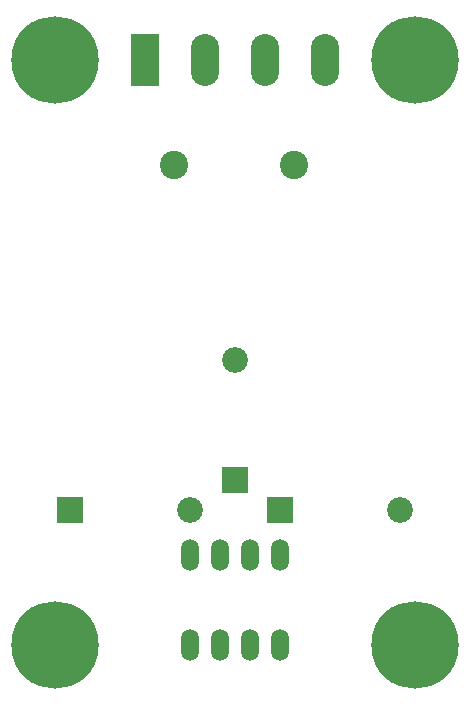
<source format=gts>
G04 #@! TF.FileFunction,Soldermask,Top*
%FSLAX46Y46*%
G04 Gerber Fmt 4.6, Leading zero omitted, Abs format (unit mm)*
G04 Created by KiCad (PCBNEW 4.0.5+dfsg1-4) date Thu Apr 27 10:32:30 2017*
%MOMM*%
%LPD*%
G01*
G04 APERTURE LIST*
%ADD10C,0.100000*%
%ADD11O,1.500000X2.700000*%
%ADD12C,2.178000*%
%ADD13R,2.178000X2.178000*%
%ADD14C,2.398980*%
%ADD15C,7.400000*%
%ADD16R,2.400000X4.400000*%
%ADD17O,2.400000X4.400000*%
G04 APERTURE END LIST*
D10*
D11*
X173990000Y-133350000D03*
X176530000Y-133350000D03*
X176530000Y-125730000D03*
X173990000Y-125730000D03*
D12*
X173990000Y-121920000D03*
D13*
X163830000Y-121920000D03*
D12*
X191770000Y-121920000D03*
D13*
X181610000Y-121920000D03*
D11*
X179070000Y-133350000D03*
X181610000Y-133350000D03*
X181610000Y-125730000D03*
X179070000Y-125730000D03*
D12*
X177800000Y-109220000D03*
D13*
X177800000Y-119380000D03*
D14*
X182801260Y-92710000D03*
X172641260Y-92710000D03*
D15*
X162560000Y-133350000D03*
X193040000Y-133350000D03*
X193040000Y-83820000D03*
X162560000Y-83820000D03*
D16*
X170180000Y-83820000D03*
D17*
X175260000Y-83820000D03*
X180340000Y-83820000D03*
X185420000Y-83820000D03*
M02*

</source>
